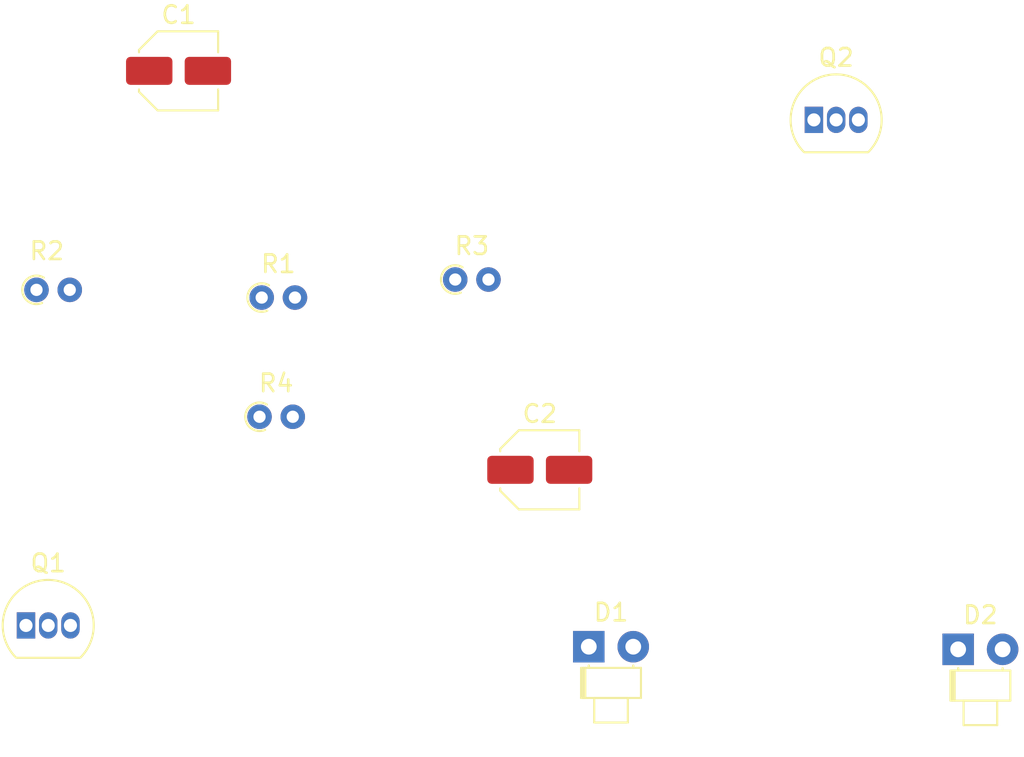
<source format=kicad_pcb>
(kicad_pcb (version 20240108) (generator "pcbnew") (generator_version "8.0")
  (layers (0 "F.Cu" signal) (31 "B.Cu" signal) (34 "B.Paste" user) (35 "F.Paste" user) (36 "B.SilkS" user "B.Silkscreen") (37 "F.SilkS" user "F.Silkscreen") (38 "B.Mask" user) (39 "F.Mask" user) (44 "Edge.Cuts" user))
  (net 0 "")
  (net 1 "Net-(Q2-B)")
  (net 2 "Net-(Q1-C)")
  (net 3 "Net-(Q2-C)")
  (net 4 "Net-(Q1-B)")
  (net 5 "Net-(D1-A)")
  (net 6 "Net-(D2-A)")
  (net 7 "+5V")
  (net 8 "GND1")
  (footprint "LED_THT:LED_D1.8mm_W1.8mm_H2.4mm_Horizontal_O1.27mm_Z1.6mm" (layer "F.Cu") (at 103.94 55.535)
    (property "Reference" "D2" (at 1.27 -1.96 0) (layer "F.SilkS"))
    (property "Value" "LED")
    (fp_line (start -0.44 1.21) (end -0.44 2.93) (stroke (width 0.12)) (layer "F.SilkS"))
    (fp_line (start -0.44 2.93) (end 2.98 2.93) (stroke (width 0.12)) (layer "F.SilkS"))
    (fp_line (start -0.32 1.21) (end -0.32 2.93) (stroke (width 0.12)) (layer "F.SilkS"))
    (fp_line (start -0.2 1.21) (end -0.2 2.93) (stroke (width 0.12)) (layer "F.SilkS"))
    (fp_line (start 0 1.08) (end 0 1.08) (stroke (width 0.12)) (layer "F.SilkS"))
    (fp_line (start 0 1.08) (end 0 1.21) (stroke (width 0.12)) (layer "F.SilkS"))
    (fp_line (start 0 1.21) (end 0 1.08) (stroke (width 0.12)) (layer "F.SilkS"))
    (fp_line (start 0 1.21) (end 0 1.21) (stroke (width 0.12)) (layer "F.SilkS"))
    (fp_line (start 0.31 2.93) (end 0.31 4.33) (stroke (width 0.12)) (layer "F.SilkS"))
    (fp_line (start 0.31 4.33) (end 2.23 4.33) (stroke (width 0.12)) (layer "F.SilkS"))
    (fp_line (start 2.23 2.93) (end 0.31 2.93) (stroke (width 0.12)) (layer "F.SilkS"))
    (fp_line (start 2.23 4.33) (end 2.23 2.93) (stroke (width 0.12)) (layer "F.SilkS"))
    (fp_line (start 2.54 1.08) (end 2.54 1.08) (stroke (width 0.12)) (layer "F.SilkS"))
    (fp_line (start 2.54 1.08) (end 2.54 1.21) (stroke (width 0.12)) (layer "F.SilkS"))
    (fp_line (start 2.54 1.21) (end 2.54 1.08) (stroke (width 0.12)) (layer "F.SilkS"))
    (fp_line (start 2.54 1.21) (end 2.54 1.21) (stroke (width 0.12)) (layer "F.SilkS"))
    (fp_line (start 2.98 1.21) (end -0.44 1.21) (stroke (width 0.12)) (layer "F.SilkS"))
    (fp_line (start 2.98 2.93) (end 2.98 1.21) (stroke (width 0.12)) (layer "F.SilkS"))
    (pad "1" thru_hole rect (at 0 0) (size 1.8 1.8) (drill 0.9) (layers "*.Cu" "*.Mask") (net 8 "GND1"))
    (pad "2" thru_hole circle (at 2.54 0) (size 1.8 1.8) (drill 0.9) (layers "*.Cu" "*.Mask") (net 6 "Net-(D2-A)"))
  )
  (footprint "Resistor_THT:R_Axial_DIN0204_L3.6mm_D1.6mm_P1.90mm_Vertical" (layer "F.Cu") (at 64.03 42.25)
    (property "Reference" "R4" (at 0.95 -1.92 0) (layer "F.SilkS"))
    (property "Value" "1K")
    (fp_arc (start 0.320095 0.749359) (mid -0.813042 -0.054435) (end 0.417133 -0.7) (stroke (width 0.12)) (layer "F.SilkS"))
    (pad "1" thru_hole circle (at 0 0) (size 1.4 1.4) (drill 0.7) (layers "*.Cu" "*.Mask") (net 7 "+5V"))
    (pad "2" thru_hole oval (at 1.9 0) (size 1.4 1.4) (drill 0.7) (layers "*.Cu" "*.Mask") (net 3 "Net-(Q2-C)"))
  )
  (footprint "Capacitor_SMD:C_Elec_4x5.4" (layer "F.Cu") (at 80.04 45.28)
    (property "Reference" "C2" (at 0 -3.2 0) (layer "F.SilkS"))
    (property "Value" "10uF")
    (fp_line (start -2.26 -1.195563) (end -2.26 -1.06) (stroke (width 0.12)) (layer "F.SilkS"))
    (fp_line (start -2.26 -1.195563) (end -1.195563 -2.26) (stroke (width 0.12)) (layer "F.SilkS"))
    (fp_line (start -2.26 1.195563) (end -2.26 1.06) (stroke (width 0.12)) (layer "F.SilkS"))
    (fp_line (start -2.26 1.195563) (end -1.195563 2.26) (stroke (width 0.12)) (layer "F.SilkS"))
    (fp_line (start -1.195563 -2.26) (end 2.26 -2.26) (stroke (width 0.12)) (layer "F.SilkS"))
    (fp_line (start -1.195563 2.26) (end 2.26 2.26) (stroke (width 0.12)) (layer "F.SilkS"))
    (fp_line (start 2.26 -2.26) (end 2.26 -1.06) (stroke (width 0.12)) (layer "F.SilkS"))
    (fp_line (start 2.26 2.26) (end 2.26 1.06) (stroke (width 0.12)) (layer "F.SilkS"))
    (pad "1" smd roundrect (at -1.675 0) (size 2.65 1.6) (layers "F.Cu" "F.Paste" "F.Mask") (roundrect_rratio 0.15625) (net 3 "Net-(Q2-C)"))
    (pad "2" smd roundrect (at 1.675 0) (size 2.65 1.6) (layers "F.Cu" "F.Paste" "F.Mask") (roundrect_rratio 0.15625) (net 4 "Net-(Q1-B)"))
  )
  (footprint "LED_THT:LED_D1.8mm_W1.8mm_H2.4mm_Horizontal_O1.27mm_Z1.6mm" (layer "F.Cu") (at 82.84 55.385)
    (property "Reference" "D1" (at 1.27 -1.96 0) (layer "F.SilkS"))
    (property "Value" "LED")
    (fp_line (start -0.44 1.21) (end -0.44 2.93) (stroke (width 0.12)) (layer "F.SilkS"))
    (fp_line (start -0.44 2.93) (end 2.98 2.93) (stroke (width 0.12)) (layer "F.SilkS"))
    (fp_line (start -0.32 1.21) (end -0.32 2.93) (stroke (width 0.12)) (layer "F.SilkS"))
    (fp_line (start -0.2 1.21) (end -0.2 2.93) (stroke (width 0.12)) (layer "F.SilkS"))
    (fp_line (start 0 1.08) (end 0 1.08) (stroke (width 0.12)) (layer "F.SilkS"))
    (fp_line (start 0 1.08) (end 0 1.21) (stroke (width 0.12)) (layer "F.SilkS"))
    (fp_line (start 0 1.21) (end 0 1.08) (stroke (width 0.12)) (layer "F.SilkS"))
    (fp_line (start 0 1.21) (end 0 1.21) (stroke (width 0.12)) (layer "F.SilkS"))
    (fp_line (start 0.31 2.93) (end 0.31 4.33) (stroke (width 0.12)) (layer "F.SilkS"))
    (fp_line (start 0.31 4.33) (end 2.23 4.33) (stroke (width 0.12)) (layer "F.SilkS"))
    (fp_line (start 2.23 2.93) (end 0.31 2.93) (stroke (width 0.12)) (layer "F.SilkS"))
    (fp_line (start 2.23 4.33) (end 2.23 2.93) (stroke (width 0.12)) (layer "F.SilkS"))
    (fp_line (start 2.54 1.08) (end 2.54 1.08) (stroke (width 0.12)) (layer "F.SilkS"))
    (fp_line (start 2.54 1.08) (end 2.54 1.21) (stroke (width 0.12)) (layer "F.SilkS"))
    (fp_line (start 2.54 1.21) (end 2.54 1.08) (stroke (width 0.12)) (layer "F.SilkS"))
    (fp_line (start 2.54 1.21) (end 2.54 1.21) (stroke (width 0.12)) (layer "F.SilkS"))
    (fp_line (start 2.98 1.21) (end -0.44 1.21) (stroke (width 0.12)) (layer "F.SilkS"))
    (fp_line (start 2.98 2.93) (end 2.98 1.21) (stroke (width 0.12)) (layer "F.SilkS"))
    (pad "1" thru_hole rect (at 0 0) (size 1.8 1.8) (drill 0.9) (layers "*.Cu" "*.Mask") (net 8 "GND1"))
    (pad "2" thru_hole circle (at 2.54 0) (size 1.8 1.8) (drill 0.9) (layers "*.Cu" "*.Mask") (net 5 "Net-(D1-A)"))
  )
  (footprint "Capacitor_SMD:C_Elec_4x5.4" (layer "F.Cu") (at 59.405 22.49)
    (property "Reference" "C1" (at 0 -3.2 0) (layer "F.SilkS"))
    (property "Value" "10uF")
    (fp_line (start -2.26 -1.195563) (end -2.26 -1.06) (stroke (width 0.12)) (layer "F.SilkS"))
    (fp_line (start -2.26 -1.195563) (end -1.195563 -2.26) (stroke (width 0.12)) (layer "F.SilkS"))
    (fp_line (start -2.26 1.195563) (end -2.26 1.06) (stroke (width 0.12)) (layer "F.SilkS"))
    (fp_line (start -2.26 1.195563) (end -1.195563 2.26) (stroke (width 0.12)) (layer "F.SilkS"))
    (fp_line (start -1.195563 -2.26) (end 2.26 -2.26) (stroke (width 0.12)) (layer "F.SilkS"))
    (fp_line (start -1.195563 2.26) (end 2.26 2.26) (stroke (width 0.12)) (layer "F.SilkS"))
    (fp_line (start 2.26 -2.26) (end 2.26 -1.06) (stroke (width 0.12)) (layer "F.SilkS"))
    (fp_line (start 2.26 2.26) (end 2.26 1.06) (stroke (width 0.12)) (layer "F.SilkS"))
    (pad "1" smd roundrect (at -1.675 0) (size 2.65 1.6) (layers "F.Cu" "F.Paste" "F.Mask") (roundrect_rratio 0.15625) (net 2 "Net-(Q1-C)"))
    (pad "2" smd roundrect (at 1.675 0) (size 2.65 1.6) (layers "F.Cu" "F.Paste" "F.Mask") (roundrect_rratio 0.15625) (net 1 "Net-(Q2-B)"))
  )
  (footprint "Package_TO_SOT_THT:TO-92_Inline" (layer "F.Cu") (at 95.7 25.29)
    (property "Reference" "Q2" (at 1.27 -3.56 0) (layer "F.SilkS"))
    (property "Value" "BC548")
    (fp_line (start -0.53 1.85) (end 3.07 1.85) (stroke (width 0.12)) (layer "F.SilkS"))
    (fp_arc (start -0.568478 1.838478) (mid -1.132087 -0.994977) (end 1.27 -2.6) (stroke (width 0.12)) (layer "F.SilkS"))
    (fp_arc (start 1.27 -2.6) (mid 3.672087 -0.994977) (end 3.108478 1.838478) (stroke (width 0.12)) (layer "F.SilkS"))
    (pad "1" thru_hole rect (at 0 0) (size 1.05 1.5) (drill 0.75) (layers "*.Cu" "*.Mask") (net 3 "Net-(Q2-C)"))
    (pad "2" thru_hole oval (at 1.27 0) (size 1.05 1.5) (drill 0.75) (layers "*.Cu" "*.Mask") (net 1 "Net-(Q2-B)"))
    (pad "3" thru_hole oval (at 2.54 0) (size 1.05 1.5) (drill 0.75) (layers "*.Cu" "*.Mask") (net 6 "Net-(D2-A)"))
  )
  (footprint "Resistor_THT:R_Axial_DIN0204_L3.6mm_D1.6mm_P1.90mm_Vertical" (layer "F.Cu") (at 64.155 35.44)
    (property "Reference" "R1" (at 0.95 -1.92 0) (layer "F.SilkS"))
    (property "Value" "1k")
    (fp_arc (start 0.320095 0.749359) (mid -0.813042 -0.054435) (end 0.417133 -0.7) (stroke (width 0.12)) (layer "F.SilkS"))
    (pad "1" thru_hole circle (at 0 0) (size 1.4 1.4) (drill 0.7) (layers "*.Cu" "*.Mask") (net 7 "+5V"))
    (pad "2" thru_hole oval (at 1.9 0) (size 1.4 1.4) (drill 0.7) (layers "*.Cu" "*.Mask") (net 2 "Net-(Q1-C)"))
  )
  (footprint "Resistor_THT:R_Axial_DIN0204_L3.6mm_D1.6mm_P1.90mm_Vertical" (layer "F.Cu") (at 75.21 34.41)
    (property "Reference" "R3" (at 0.95 -1.92 0) (layer "F.SilkS"))
    (property "Value" "10K")
    (fp_arc (start 0.320095 0.749359) (mid -0.813042 -0.054435) (end 0.417133 -0.7) (stroke (width 0.12)) (layer "F.SilkS"))
    (pad "1" thru_hole circle (at 0 0) (size 1.4 1.4) (drill 0.7) (layers "*.Cu" "*.Mask") (net 7 "+5V"))
    (pad "2" thru_hole oval (at 1.9 0) (size 1.4 1.4) (drill 0.7) (layers "*.Cu" "*.Mask") (net 4 "Net-(Q1-B)"))
  )
  (footprint "Resistor_THT:R_Axial_DIN0204_L3.6mm_D1.6mm_P1.90mm_Vertical" (layer "F.Cu") (at 51.29 35)
    (property "Reference" "R2" (at 0.59 -2.22 0) (layer "F.SilkS"))
    (property "Value" "10K")
    (fp_arc (start 0.320095 0.749359) (mid -0.813042 -0.054435) (end 0.417133 -0.7) (stroke (width 0.12)) (layer "F.SilkS"))
    (pad "1" thru_hole circle (at 0 0) (size 1.4 1.4) (drill 0.7) (layers "*.Cu" "*.Mask") (net 7 "+5V"))
    (pad "2" thru_hole oval (at 1.9 0) (size 1.4 1.4) (drill 0.7) (layers "*.Cu" "*.Mask") (net 1 "Net-(Q2-B)"))
  )
  (footprint "Package_TO_SOT_THT:TO-92_Inline" (layer "F.Cu") (at 50.69 54.17)
    (property "Reference" "Q1" (at 1.27 -3.56 0) (layer "F.SilkS"))
    (property "Value" "BC548")
    (fp_line (start -0.53 1.85) (end 3.07 1.85) (stroke (width 0.12)) (layer "F.SilkS"))
    (fp_arc (start -0.568478 1.838478) (mid -1.132087 -0.994977) (end 1.27 -2.6) (stroke (width 0.12)) (layer "F.SilkS"))
    (fp_arc (start 1.27 -2.6) (mid 3.672087 -0.994977) (end 3.108478 1.838478) (stroke (width 0.12)) (layer "F.SilkS"))
    (pad "1" thru_hole rect (at 0 0) (size 1.05 1.5) (drill 0.75) (layers "*.Cu" "*.Mask") (net 2 "Net-(Q1-C)"))
    (pad "2" thru_hole oval (at 1.27 0) (size 1.05 1.5) (drill 0.75) (layers "*.Cu" "*.Mask") (net 4 "Net-(Q1-B)"))
    (pad "3" thru_hole oval (at 2.54 0) (size 1.05 1.5) (drill 0.75) (layers "*.Cu" "*.Mask") (net 5 "Net-(D1-A)"))
  )
)
</source>
